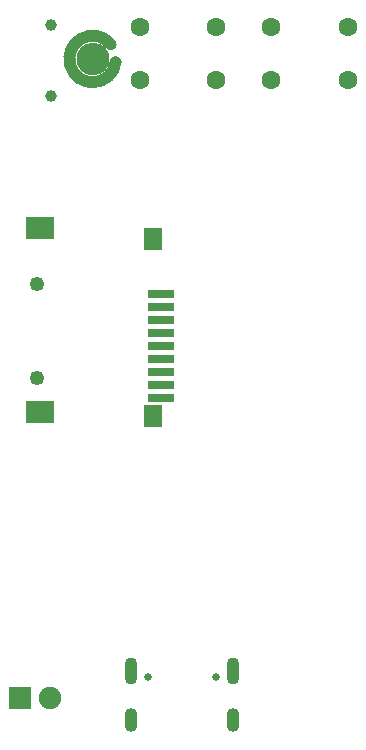
<source format=gbr>
G04 DipTrace 3.3.1.3*
G04 BottomMask.gbr*
%MOMM*%
G04 #@! TF.FileFunction,Soldermask,Bot*
G04 #@! TF.Part,Single*
%ADD41C,1.0*%
%ADD42O,2.79927X2.76792*%
%ADD61C,0.65*%
%ADD62C,1.25*%
%ADD81C,0.9*%
%ADD83C,2.2*%
%ADD85C,1.6*%
%ADD89C,1.9*%
%ADD91R,1.9X1.9*%
%ADD93R,2.45X1.95*%
%ADD95R,1.65X1.95*%
%ADD97R,2.2X0.8*%
%ADD103O,1.1X2.3*%
%ADD105O,1.1X2.0*%
%FSLAX35Y35*%
G04*
G71*
G90*
G75*
G01*
G04 BotMask*
%LPD*%
D105*
X2207627Y1128812D3*
X3071627D3*
D103*
X2207627Y1546812D3*
X3071627D3*
D61*
X2350627Y1496812D3*
X2928627D3*
D41*
X1534361Y7014188D3*
Y6414188D3*
D97*
X2461067Y3858061D3*
Y3968061D3*
Y4078061D3*
Y4188061D3*
Y4298061D3*
Y4408061D3*
Y4518061D3*
Y4628061D3*
Y4738061D3*
D95*
X2401167Y3707961D3*
X2400274Y5203511D3*
D93*
X1440447Y5295741D3*
X1440791Y3742231D3*
D62*
X1414141Y4023761D3*
Y4822461D3*
D91*
X1270441Y1318061D3*
D89*
X1524441D3*
D85*
X2283861Y6546614D3*
X2933861D3*
Y6996614D3*
X2283861D3*
X2081339Y6702470D2*
D41*
G02X2038475Y6853292I-195230J26017D01*
G01*
D42*
X1886428Y6726467D3*
D83*
X1888474Y6730584D3*
D81*
X1888041Y6535438D3*
X1888924Y6923691D3*
D85*
X3395111Y6546614D3*
X4045111D3*
Y6996614D3*
X3395111D3*
M02*

</source>
